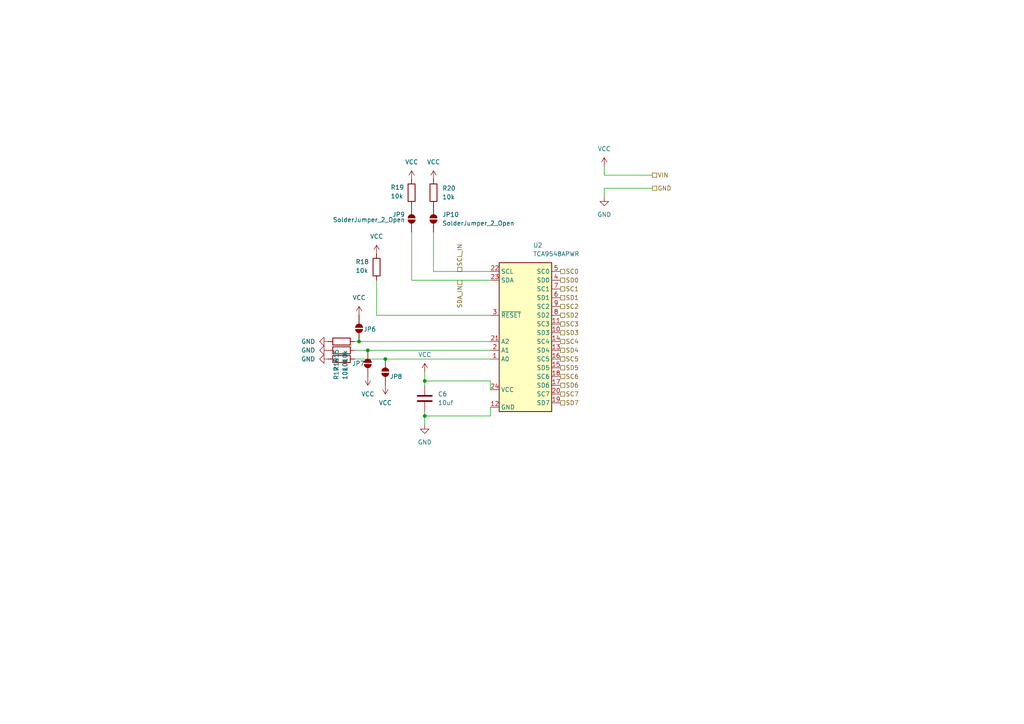
<source format=kicad_sch>
(kicad_sch (version 20231120) (generator "eeschema") (generator_version "8.0")
  (paper "A4")
  (title_block (title "Shadow") (date "2025-01-05") (rev "0.1") (company "York Mills Collegiate Institute") (comment 1 "Shenanigans are afoot :)"))
  (lib_symbols
    (symbol "Device:C" (pin_numbers hide) (pin_names (offset 0.254))
      (property "Reference" "C" (at 0.635 2.54 0))
      (property "Value" "C" (at 0.635 -2.54 0))
      (symbol "C_0_1"
        (polyline (pts (xy -2.032 -0.762) (xy 2.032 -0.762)) (stroke (width 0.508)))
        (polyline (pts (xy -2.032 0.762) (xy 2.032 0.762)) (stroke (width 0.508)))
      )
      (symbol "C_1_1"
        (pin passive line (at 0 3.81 270) (length 2.794) (name "~") (number "1"))
        (pin passive line (at 0 -3.81 90) (length 2.794) (name "~") (number "2"))
      )
    )
    (symbol "Device:R" (pin_numbers hide) (pin_names (offset 0))
      (property "Reference" "R" (at 2.032 0 90))
      (property "Value" "R" (at 0 0 90))
      (symbol "R_0_1"
        (rectangle (start -1.016 -2.54) (end 1.016 2.54) (stroke (width 0.254)))
      )
      (symbol "R_1_1"
        (pin passive line (at 0 3.81 270) (length 1.27) (name "~") (number "1"))
        (pin passive line (at 0 -3.81 90) (length 1.27) (name "~") (number "2"))
      )
    )
    (symbol "Interface_Expansion:TCA9548APWR"
      (property "Reference" "U1" (at 2.1941 25.4 0))
      (property "Value" "TCA9548APWR" (at 2.1941 22.86 0))
      (symbol "TCA9548APWR_0_1"
        (rectangle (start -7.62 20.32) (end 7.62 -22.86) (stroke (width 0.254)) (fill (type background)))
      )
      (symbol "TCA9548APWR_1_1"
        (pin input line (at -10.16 -7.62 0) (length 2.54) (name "A0") (number "1"))
        (pin bidirectional line (at 10.16 0 180) (length 2.54) (name "SD3") (number "10"))
        (pin output line (at 10.16 2.54 180) (length 2.54) (name "SC3") (number "11"))
        (pin power_in line (at -10.16 -21.59 0) (length 2.54) (name "GND") (number "12"))
        (pin bidirectional line (at 10.16 -5.08 180) (length 2.54) (name "SD4") (number "13"))
        (pin output line (at 10.16 -2.54 180) (length 2.54) (name "SC4") (number "14"))
        (pin bidirectional line (at 10.16 -10.16 180) (length 2.54) (name "SD5") (number "15"))
        (pin output line (at 10.16 -7.62 180) (length 2.54) (name "SC5") (number "16"))
        (pin bidirectional line (at 10.16 -15.24 180) (length 2.54) (name "SD6") (number "17"))
        (pin output line (at 10.16 -12.7 180) (length 2.54) (name "SC6") (number "18"))
        (pin bidirectional line (at 10.16 -20.32 180) (length 2.54) (name "SD7") (number "19"))
        (pin input line (at -10.16 -5.08 0) (length 2.54) (name "A1") (number "2"))
        (pin output line (at 10.16 -17.78 180) (length 2.54) (name "SC7") (number "20"))
        (pin input line (at -10.16 -2.54 0) (length 2.54) (name "A2") (number "21"))
        (pin input line (at -10.16 17.78 0) (length 2.54) (name "SCL") (number "22"))
        (pin bidirectional line (at -10.16 15.24 0) (length 2.54) (name "SDA") (number "23"))
        (pin power_in line (at -10.16 -16.51 0) (length 2.54) (name "VCC") (number "24"))
        (pin input line (at -10.16 5.08 0) (length 2.54) (name "~{RESET}") (number "3"))
        (pin bidirectional line (at 10.16 15.24 180) (length 2.54) (name "SD0") (number "4"))
        (pin output line (at 10.16 17.78 180) (length 2.54) (name "SC0") (number "5"))
        (pin bidirectional line (at 10.16 10.16 180) (length 2.54) (name "SD1") (number "6"))
        (pin output line (at 10.16 12.7 180) (length 2.54) (name "SC1") (number "7"))
        (pin bidirectional line (at 10.16 5.08 180) (length 2.54) (name "SD2") (number "8"))
        (pin output line (at 10.16 7.62 180) (length 2.54) (name "SC2") (number "9"))
      )
    )
    (symbol "Jumper:SolderJumper_2_Open" (pin_numbers hide) (pin_names (offset 0) hide) (exclude_from_sim yes) (in_bom no)
      (property "Reference" "JP" (at 0 2.032 0))
      (property "Value" "SolderJumper_2_Open" (at 0 -2.54 0))
      (symbol "SolderJumper_2_Open_0_1"
        (arc (start -0.254 1.016) (mid -1.2656 0) (end -0.254 -1.016))
        (arc (start -0.254 1.016) (mid -1.2656 0) (end -0.254 -1.016) (fill (type outline)))
        (polyline (pts (xy -0.254 1.016) (xy -0.254 -1.016)))
        (polyline (pts (xy 0.254 1.016) (xy 0.254 -1.016)))
        (arc (start 0.254 -1.016) (mid 1.2656 0) (end 0.254 1.016))
        (arc (start 0.254 -1.016) (mid 1.2656 0) (end 0.254 1.016) (fill (type outline)))
      )
      (symbol "SolderJumper_2_Open_1_1"
        (pin passive line (at -3.81 0 0) (length 2.54) (name "A") (number "1"))
        (pin passive line (at 3.81 0 180) (length 2.54) (name "B") (number "2"))
      )
    )
    (symbol "power:GND" (power) (pin_numbers hide) (pin_names (offset 0) hide)
      (property "Value" "GND" (at 0 -3.81 0))
      (symbol "GND_0_1"
        (polyline (pts (xy 0 0) (xy 0 -1.27) (xy 1.27 -1.27) (xy 0 -2.54) (xy -1.27 -1.27) (xy 0 -1.27)))
      )
      (symbol "GND_1_1"
        (pin power_in line (at 0 0 270) (length 0) (name "~") (number "1"))
      )
    )
    (symbol "power:VCC" (power) (pin_numbers hide) (pin_names (offset 0) hide)
      (property "Value" "VCC" (at 0 3.556 0))
      (symbol "VCC_0_1"
        (polyline (pts (xy -0.762 1.27) (xy 0 2.54)))
        (polyline (pts (xy 0 0) (xy 0 2.54)))
        (polyline (pts (xy 0 2.54) (xy 0.762 1.27)))
      )
      (symbol "VCC_1_1"
        (pin power_in line (at 0 0 90) (length 0) (name "~") (number "1"))
      )
    )
  )
  (junction (at 123.19 110.49))
  (junction (at 104.14 99.06))
  (junction (at 111.76 104.14))
  (junction (at 106.68 101.6))
  (junction (at 123.19 120.65))
  (wire (pts (xy 119.38 67.31) (xy 119.38 81.28)))
  (wire (pts (xy 123.19 107.95) (xy 123.19 110.49)))
  (wire (pts (xy 123.19 120.65) (xy 142.24 120.65)))
  (wire (pts (xy 119.38 81.28) (xy 142.24 81.28)))
  (wire (pts (xy 142.24 110.49) (xy 142.24 113.03)))
  (wire (pts (xy 102.87 101.6) (xy 106.68 101.6)))
  (wire (pts (xy 142.24 120.65) (xy 142.24 118.11)))
  (wire (pts (xy 123.19 119.38) (xy 123.19 120.65)))
  (wire (pts (xy 123.19 110.49) (xy 123.19 111.76)))
  (wire (pts (xy 175.26 57.15) (xy 175.26 54.61)))
  (wire (pts (xy 106.68 101.6) (xy 142.24 101.6)))
  (wire (pts (xy 109.22 91.44) (xy 142.24 91.44)))
  (wire (pts (xy 142.24 78.74) (xy 125.73 78.74)))
  (wire (pts (xy 175.26 54.61) (xy 189.23 54.61)))
  (wire (pts (xy 111.76 104.14) (xy 142.24 104.14)))
  (wire (pts (xy 123.19 110.49) (xy 142.24 110.49)))
  (wire (pts (xy 175.26 50.8) (xy 189.23 50.8)))
  (wire (pts (xy 102.87 99.06) (xy 104.14 99.06)))
  (wire (pts (xy 102.87 104.14) (xy 111.76 104.14)))
  (wire (pts (xy 109.22 81.28) (xy 109.22 91.44)))
  (wire (pts (xy 125.73 78.74) (xy 125.73 67.31)))
  (wire (pts (xy 104.14 99.06) (xy 142.24 99.06)))
  (wire (pts (xy 175.26 48.26) (xy 175.26 50.8)))
  (wire (pts (xy 123.19 120.65) (xy 123.19 123.19)))
  (hierarchical_label "SD7" (shape passive) (at 162.56 116.84 0))
  (hierarchical_label "SC5" (shape passive) (at 162.56 104.14 0))
  (hierarchical_label "SD0" (shape passive) (at 162.56 81.28 0))
  (hierarchical_label "SD1" (shape passive) (at 162.56 86.36 0))
  (hierarchical_label "SD3" (shape passive) (at 162.56 96.52 0))
  (hierarchical_label "SC6" (shape passive) (at 162.56 109.22 0))
  (hierarchical_label "VIN" (shape passive) (at 189.23 50.8 0))
  (hierarchical_label "GND" (shape passive) (at 189.23 54.61 0))
  (hierarchical_label "SC3" (shape passive) (at 162.56 93.98 0))
  (hierarchical_label "SDA_IN" (shape passive) (at 133.35 81.28 270))
  (hierarchical_label "SD5" (shape passive) (at 162.56 106.68 0))
  (hierarchical_label "SD2" (shape passive) (at 162.56 91.44 0))
  (hierarchical_label "SC2" (shape passive) (at 162.56 88.9 0))
  (hierarchical_label "SC0" (shape passive) (at 162.56 78.74 0))
  (hierarchical_label "SCL_IN" (shape passive) (at 133.35 78.74 90))
  (hierarchical_label "SD4" (shape passive) (at 162.56 101.6 0))
  (hierarchical_label "SC1" (shape passive) (at 162.56 83.82 0))
  (hierarchical_label "SC4" (shape passive) (at 162.56 99.06 0))
  (hierarchical_label "SC7" (shape passive) (at 162.56 114.3 0))
  (hierarchical_label "SD6" (shape passive) (at 162.56 111.76 0))
  (symbol (lib_id "Jumper:SolderJumper_2_Open") (at 125.73 63.5 90) (unit 1) (exclude_from_sim yes) (in_bom no)
    (property "Reference" "JP10" (at 128.27 62.2299 90) (effects (justify right)))
    (property "Value" "SolderJumper_2_Open" (at 128.27 64.7699 90) (effects (justify right)))
    (property "Footprint" "Jumper:SolderJumper-2_P1.3mm_Open_Pad1.0x1.5mm" (effects (hide yes)))
    (property "Description" "Solder Jumper, 2-pole, open" (effects (hide yes)))
    (instances (project "shadow" (path "" (reference "JP10") (unit 1)) (path "" (reference "JP1") (unit 1))))
  )
  (symbol (lib_id "power:VCC") (at 109.22 73.66 0) (unit 1)
    (property "Reference" "#PWR038" (effects (hide yes)))
    (property "Value" "VCC" (at 109.22 68.58 0))
    (property "Description" "Power symbol creates a global label with name \"VCC\"" (effects (hide yes)))
    (instances (project "shadow" (path "" (reference "#PWR038") (unit 1)) (path "" (reference "#PWR024") (unit 1))))
  )
  (symbol (lib_id "power:VCC") (at 123.19 107.95 0) (unit 1)
    (property "Reference" "#PWR041" (effects (hide yes)))
    (property "Value" "VCC" (at 123.19 102.87 0))
    (property "Description" "Power symbol creates a global label with name \"VCC\"" (effects (hide yes)))
    (instances (project "shadow" (path "" (reference "#PWR041") (unit 1)) (path "" (reference "#PWR080") (unit 1))))
  )
  (symbol (lib_id "Jumper:SolderJumper_2_Open") (at 111.76 107.95 90) (unit 1) (exclude_from_sim yes) (in_bom no)
    (property "Reference" "JP8" (at 113.03 109.22 90) (effects (justify right)))
    (property "Value" "SolderJumper_2_Open" (effects (hide yes)))
    (property "Footprint" "Jumper:SolderJumper-2_P1.3mm_Open_Pad1.0x1.5mm" (effects (hide yes)))
    (property "Description" "Solder Jumper, 2-pole, open" (effects (hide yes)))
    (instances (project "shadow" (path "" (reference "JP8") (unit 1)) (path "" (reference "JP5") (unit 1))))
  )
  (symbol (lib_id "power:GND") (at 95.25 99.06 270) (unit 1)
    (property "Reference" "#PWR018" (effects (hide yes)))
    (property "Value" "GND" (at 91.44 99.0599 90) (effects (justify right)))
    (property "Description" "Power symbol creates a global label with name \"GND\" , ground" (effects (hide yes)))
    (instances (project "shadow" (path "" (reference "#PWR018") (unit 1)) (path "" (reference "#PWR031") (unit 1))))
  )
  (symbol (lib_id "Jumper:SolderJumper_2_Open") (at 106.68 105.41 90) (unit 1) (exclude_from_sim yes) (in_bom no)
    (property "Reference" "JP7" (at 102.108 105.41 90) (effects (justify right)))
    (property "Value" "SolderJumper_2_Open" (effects (hide yes)))
    (property "Footprint" "Jumper:SolderJumper-2_P1.3mm_Open_Pad1.0x1.5mm" (effects (hide yes)))
    (property "Description" "Solder Jumper, 2-pole, open" (effects (hide yes)))
    (instances (project "shadow" (path "" (reference "JP7") (unit 1)) (path "" (reference "JP4") (unit 1))))
  )
  (symbol (lib_id "power:GND") (at 95.25 101.6 270) (unit 1)
    (property "Reference" "#PWR019" (effects (hide yes)))
    (property "Value" "GND" (at 91.44 101.5999 90) (effects (justify right)))
    (property "Description" "Power symbol creates a global label with name \"GND\" , ground" (effects (hide yes)))
    (instances (project "shadow" (path "" (reference "#PWR019") (unit 1)) (path "" (reference "#PWR032") (unit 1))))
  )
  (symbol (lib_id "power:VCC") (at 111.76 111.76 180) (unit 1)
    (property "Reference" "#PWR039" (effects (hide yes)))
    (property "Value" "VCC" (at 111.76 116.84 0))
    (property "Description" "Power symbol creates a global label with name \"VCC\"" (effects (hide yes)))
    (instances (project "shadow" (path "" (reference "#PWR039") (unit 1)) (path "" (reference "#PWR036") (unit 1))))
  )
  (symbol (lib_id "Jumper:SolderJumper_2_Open") (at 119.38 63.5 90) (unit 1) (exclude_from_sim yes) (in_bom no)
    (property "Reference" "JP9" (at 113.792 62.23 90) (effects (justify right)))
    (property "Value" "SolderJumper_2_Open" (at 96.52 63.754 90) (effects (justify right)))
    (property "Footprint" "Jumper:SolderJumper-2_P1.3mm_Open_Pad1.0x1.5mm" (effects (hide yes)))
    (property "Description" "Solder Jumper, 2-pole, open" (effects (hide yes)))
    (instances (project "shadow" (path "" (reference "JP9") (unit 1)) (path "" (reference "JP2") (unit 1))))
  )
  (symbol (lib_id "power:VCC") (at 119.38 52.07 0) (unit 1)
    (property "Reference" "#PWR040" (effects (hide yes)))
    (property "Value" "VCC" (at 119.38 46.99 0))
    (property "Description" "Power symbol creates a global label with name \"VCC\"" (effects (hide yes)))
    (instances (project "shadow" (path "" (reference "#PWR040") (unit 1)) (path "" (reference "#PWR079") (unit 1))))
  )
  (symbol (lib_id "power:VCC") (at 104.14 91.44 0) (unit 1)
    (property "Reference" "#PWR021" (effects (hide yes)))
    (property "Value" "VCC" (at 104.14 86.36 0))
    (property "Description" "Power symbol creates a global label with name \"VCC\"" (effects (hide yes)))
    (instances (project "shadow" (path "" (reference "#PWR021") (unit 1)) (path "" (reference "#PWR034") (unit 1))))
  )
  (symbol (lib_id "power:VCC") (at 175.26 48.26 0) (unit 1)
    (property "Reference" "#PWR044" (effects (hide yes)))
    (property "Value" "VCC" (at 175.26 43.18 0))
    (property "Description" "Power symbol creates a global label with name \"VCC\"" (effects (hide yes)))
    (instances (project "shadow" (path "" (reference "#PWR044") (unit 1)) (path "" (reference "#PWR029") (unit 1))))
  )
  (symbol (lib_id "Jumper:SolderJumper_2_Open") (at 104.14 95.25 90) (unit 1) (exclude_from_sim yes) (in_bom no)
    (property "Reference" "JP6" (at 105.41 95.504 90) (effects (justify right)))
    (property "Value" "SolderJumper_2_Open" (effects (hide yes)))
    (property "Footprint" "Jumper:SolderJumper-2_P1.3mm_Open_Pad1.0x1.5mm" (effects (hide yes)))
    (property "Description" "Solder Jumper, 2-pole, open" (effects (hide yes)))
    (instances (project "shadow" (path "" (reference "JP6") (unit 1)) (path "" (reference "JP3") (unit 1))))
  )
  (symbol (lib_id "Device:R") (at 99.06 101.6 90) (unit 1)
    (property "Reference" "R16" (at 97.536 107.696 0) (effects (justify left)))
    (property "Value" "10k" (at 100.076 107.696 0) (effects (justify left)))
    (property "Footprint" "Resistor_SMD:R_0201_0603Metric" (effects (hide yes)))
    (property "Description" "Resistor" (effects (hide yes)))
    (instances (project "shadow" (path "" (reference "R16") (unit 1)) (path "" (reference "R13") (unit 1))))
  )
  (symbol (lib_id "power:GND") (at 175.26 57.15 0) (unit 1)
    (property "Reference" "#PWR045" (effects (hide yes)))
    (property "Value" "GND" (at 175.26 62.23 0))
    (property "Description" "Power symbol creates a global label with name \"GND\" , ground" (effects (hide yes)))
    (instances (project "shadow" (path "" (reference "#PWR045") (unit 1)) (path "" (reference "#PWR030") (unit 1))))
  )
  (symbol (lib_id "Interface_Expansion:TCA9548APWR") (at 152.4 96.52 0) (unit 1)
    (property "Reference" "U2" (at 154.5941 71.12 0) (effects (justify left)))
    (property "Value" "TCA9548APWR" (at 154.5941 73.66 0) (effects (justify left)))
    (property "Footprint" "Package_SO:TSSOP-24_4.4x7.8mm_P0.65mm" (effects (hide yes)))
    (property "Datasheet" "http://www.ti.com/lit/ds/symlink/tca9548a.pdf" (effects (hide yes)))
    (property "Description" "Low voltage 8-channel I2C switch with reset, TSSOP-24" (effects (hide yes)))
    (instances (project "shadow" (path "" (reference "U2") (unit 1)) (path "" (reference "U1") (unit 1))))
  )
  (symbol (lib_id "Device:R") (at 109.22 77.47 0) (unit 1)
    (property "Reference" "R18" (at 103.124 75.946 0) (effects (justify left)))
    (property "Value" "10k" (at 103.124 78.486 0) (effects (justify left)))
    (property "Footprint" "Resistor_SMD:R_0201_0603Metric" (effects (hide yes)))
    (property "Description" "Resistor" (effects (hide yes)))
    (instances (project "shadow" (path "" (reference "R18") (unit 1)) (path "" (reference "R11") (unit 1))))
  )
  (symbol (lib_id "Device:R") (at 125.73 55.88 0) (unit 1)
    (property "Reference" "R20" (at 128.27 54.6099 0) (effects (justify left)))
    (property "Value" "10k" (at 128.27 57.1499 0) (effects (justify left)))
    (property "Footprint" "Resistor_SMD:R_0201_0603Metric" (effects (hide yes)))
    (property "Description" "Resistor" (effects (hide yes)))
    (instances (project "shadow" (path "" (reference "R20") (unit 1)) (path "" (reference "R10") (unit 1))))
  )
  (symbol (lib_id "Device:C") (at 123.19 115.57 0) (unit 1)
    (property "Reference" "C6" (at 127 114.2999 0) (effects (justify left)))
    (property "Value" "10uf" (at 127 116.8399 0) (effects (justify left)))
    (property "Footprint" "Capacitor_SMD:C_0201_0603Metric" (effects (hide yes)))
    (property "Description" "Unpolarized capacitor" (effects (hide yes)))
    (instances (project "shadow" (path "" (reference "C6") (unit 1)) (path "" (reference "C5") (unit 1))))
  )
  (symbol (lib_id "Device:R") (at 99.06 104.14 90) (unit 1)
    (property "Reference" "R17" (at 97.536 110.236 0) (effects (justify left)))
    (property "Value" "10k" (at 100.076 110.236 0) (effects (justify left)))
    (property "Footprint" "Resistor_SMD:R_0201_0603Metric" (effects (hide yes)))
    (property "Description" "Resistor" (effects (hide yes)))
    (instances (project "shadow" (path "" (reference "R17") (unit 1)) (path "" (reference "R14") (unit 1))))
  )
  (symbol (lib_id "power:VCC") (at 125.73 52.07 0) (unit 1)
    (property "Reference" "#PWR043" (effects (hide yes)))
    (property "Value" "VCC" (at 125.73 46.99 0))
    (property "Description" "Power symbol creates a global label with name \"VCC\"" (effects (hide yes)))
    (instances (project "shadow" (path "" (reference "#PWR043") (unit 1)) (path "" (reference "#PWR023") (unit 1))))
  )
  (symbol (lib_id "Device:R") (at 99.06 99.06 90) (unit 1)
    (property "Reference" "R15" (at 97.536 105.156 0) (effects (justify left)))
    (property "Value" "10k" (at 100.076 105.156 0) (effects (justify left)))
    (property "Footprint" "Resistor_SMD:R_0201_0603Metric" (effects (hide yes)))
    (property "Description" "Resistor" (effects (hide yes)))
    (instances (project "shadow" (path "" (reference "R15") (unit 1)) (path "" (reference "R12") (unit 1))))
  )
  (symbol (lib_id "power:GND") (at 123.19 123.19 0) (unit 1)
    (property "Reference" "#PWR042" (effects (hide yes)))
    (property "Value" "GND" (at 123.19 128.27 0))
    (property "Description" "Power symbol creates a global label with name \"GND\" , ground" (effects (hide yes)))
    (instances (project "shadow" (path "" (reference "#PWR042") (unit 1)) (path "" (reference "#PWR081") (unit 1))))
  )
  (symbol (lib_id "power:GND") (at 95.25 104.14 270) (unit 1)
    (property "Reference" "#PWR020" (effects (hide yes)))
    (property "Value" "GND" (at 91.44 104.1399 90) (effects (justify right)))
    (property "Description" "Power symbol creates a global label with name \"GND\" , ground" (effects (hide yes)))
    (instances (project "shadow" (path "" (reference "#PWR020") (unit 1)) (path "" (reference "#PWR033") (unit 1))))
  )
  (symbol (lib_id "Device:R") (at 119.38 55.88 0) (unit 1)
    (property "Reference" "R19" (at 113.284 54.356 0) (effects (justify left)))
    (property "Value" "10k" (at 113.284 56.896 0) (effects (justify left)))
    (property "Footprint" "Resistor_SMD:R_0201_0603Metric" (effects (hide yes)))
    (property "Description" "Resistor" (effects (hide yes)))
    (instances (project "shadow" (path "" (reference "R19") (unit 1)) (path "" (reference "R9") (unit 1))))
  )
  (symbol (lib_id "power:VCC") (at 106.68 109.22 180) (unit 1)
    (property "Reference" "#PWR037" (effects (hide yes)))
    (property "Value" "VCC" (at 106.68 114.3 0))
    (property "Description" "Power symbol creates a global label with name \"VCC\"" (effects (hide yes)))
    (instances (project "shadow" (path "" (reference "#PWR037") (unit 1)) (path "" (reference "#PWR035") (unit 1))))
  )
)
</source>
